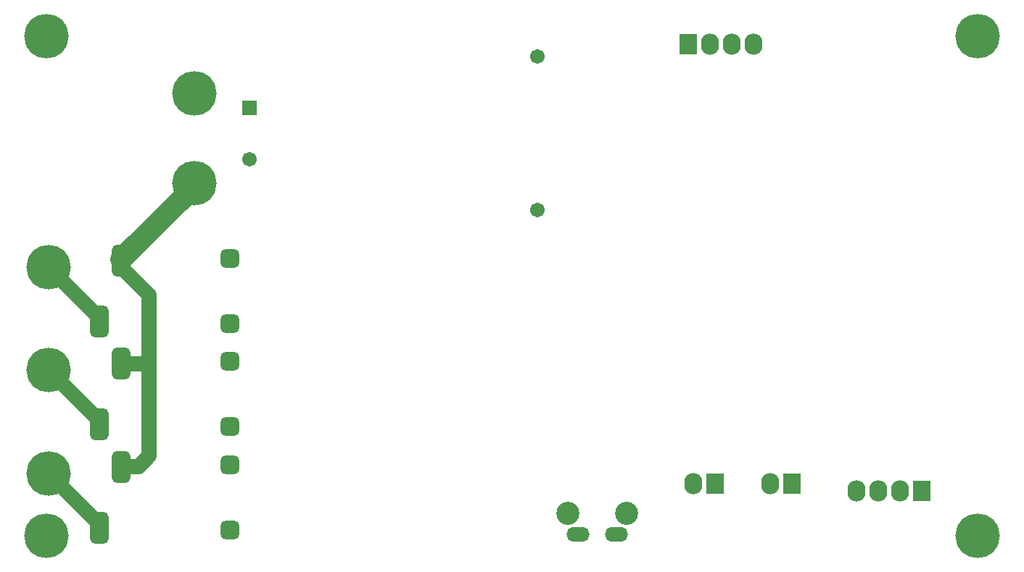
<source format=gbs>
G04*
G04 #@! TF.GenerationSoftware,Altium Limited,Altium Designer,21.2.1 (34)*
G04*
G04 Layer_Color=16711935*
%FSTAX24Y24*%
%MOIN*%
G70*
G04*
G04 #@! TF.SameCoordinates,05E74B49-6C64-4D2F-80AE-A4148A6602C0*
G04*
G04*
G04 #@! TF.FilePolarity,Negative*
G04*
G01*
G75*
%ADD50C,0.0700*%
%ADD51O,0.0830X0.0980*%
%ADD52R,0.0830X0.0980*%
%ADD53R,0.0671X0.0671*%
%ADD54C,0.0671*%
G04:AMPARAMS|DCode=55|XSize=145.8mil|YSize=86.7mil|CornerRadius=23.7mil|HoleSize=0mil|Usage=FLASHONLY|Rotation=90.000|XOffset=0mil|YOffset=0mil|HoleType=Round|Shape=RoundedRectangle|*
%AMROUNDEDRECTD55*
21,1,0.1458,0.0394,0,0,90.0*
21,1,0.0984,0.0867,0,0,90.0*
1,1,0.0474,0.0197,0.0492*
1,1,0.0474,0.0197,-0.0492*
1,1,0.0474,-0.0197,-0.0492*
1,1,0.0474,-0.0197,0.0492*
%
%ADD55ROUNDEDRECTD55*%
G04:AMPARAMS|DCode=56|XSize=86.7mil|YSize=86.7mil|CornerRadius=23.7mil|HoleSize=0mil|Usage=FLASHONLY|Rotation=90.000|XOffset=0mil|YOffset=0mil|HoleType=Round|Shape=RoundedRectangle|*
%AMROUNDEDRECTD56*
21,1,0.0867,0.0394,0,0,90.0*
21,1,0.0394,0.0867,0,0,90.0*
1,1,0.0474,0.0197,0.0197*
1,1,0.0474,0.0197,-0.0197*
1,1,0.0474,-0.0197,-0.0197*
1,1,0.0474,-0.0197,0.0197*
%
%ADD56ROUNDEDRECTD56*%
%ADD57C,0.2049*%
%ADD58C,0.1064*%
%ADD59O,0.1064X0.0671*%
%ADD63C,0.1000*%
D50*
X021404Y013281D02*
X023608Y011077D01*
X024802Y013622D02*
X025537D01*
X02601Y014094D01*
X024758Y02277D02*
X02601Y021518D01*
X024758Y01834D02*
X025964D01*
X02601Y014094D02*
Y018386D01*
Y021518D01*
X021404Y02277D02*
X023608Y020565D01*
X021404Y018045D02*
X023608Y01584D01*
D51*
X054593Y0128D02*
D03*
X051049Y0128D02*
D03*
X051821Y033031D02*
D03*
X052821D02*
D03*
X053821D02*
D03*
X06053Y01248D02*
D03*
X05953D02*
D03*
X05853D02*
D03*
D52*
X055593Y0128D02*
D03*
X052049Y0128D02*
D03*
X050821Y033031D02*
D03*
X06153Y01248D02*
D03*
D53*
X030656Y030118D02*
D03*
D54*
Y027756D02*
D03*
X043884Y03248D02*
D03*
Y025394D02*
D03*
D55*
X024758Y023065D02*
D03*
X023758Y02027D02*
D03*
X024758Y01834D02*
D03*
X023758Y015545D02*
D03*
X024758Y013577D02*
D03*
X023758Y010781D02*
D03*
D56*
X029758Y020171D02*
D03*
Y023163D02*
D03*
Y015447D02*
D03*
Y018439D02*
D03*
Y010683D02*
D03*
Y013675D02*
D03*
D57*
X021404Y02277D02*
D03*
Y018045D02*
D03*
Y013281D02*
D03*
X028096Y030787D02*
D03*
Y026654D02*
D03*
X06412Y010394D02*
D03*
Y033425D02*
D03*
X021325Y033425D02*
D03*
Y010394D02*
D03*
D58*
X045266Y011445D02*
D03*
X047983D02*
D03*
D59*
X04751Y010461D02*
D03*
X045739D02*
D03*
D63*
X024758Y023147D02*
X028096Y026486D01*
M02*

</source>
